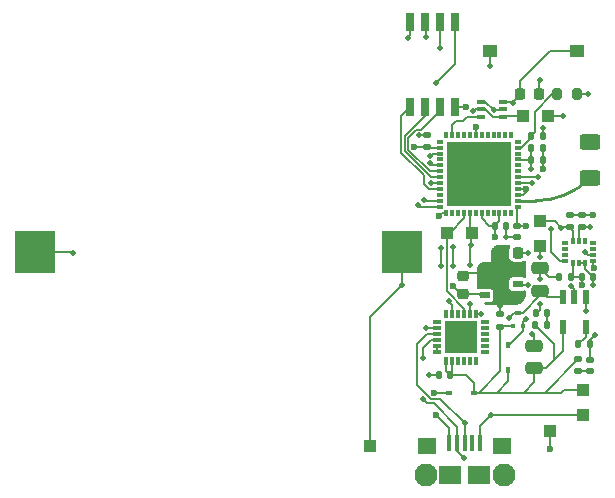
<source format=gbr>
%TF.GenerationSoftware,KiCad,Pcbnew,(6.0.0)*%
%TF.CreationDate,2022-02-22T11:37:22+00:00*%
%TF.ProjectId,Tracer,54726163-6572-42e6-9b69-6361645f7063,A*%
%TF.SameCoordinates,Original*%
%TF.FileFunction,Copper,L1,Top*%
%TF.FilePolarity,Positive*%
%FSLAX46Y46*%
G04 Gerber Fmt 4.6, Leading zero omitted, Abs format (unit mm)*
G04 Created by KiCad (PCBNEW (6.0.0)) date 2022-02-22 11:37:22*
%MOMM*%
%LPD*%
G01*
G04 APERTURE LIST*
G04 Aperture macros list*
%AMRoundRect*
0 Rectangle with rounded corners*
0 $1 Rounding radius*
0 $2 $3 $4 $5 $6 $7 $8 $9 X,Y pos of 4 corners*
0 Add a 4 corners polygon primitive as box body*
4,1,4,$2,$3,$4,$5,$6,$7,$8,$9,$2,$3,0*
0 Add four circle primitives for the rounded corners*
1,1,$1+$1,$2,$3*
1,1,$1+$1,$4,$5*
1,1,$1+$1,$6,$7*
1,1,$1+$1,$8,$9*
0 Add four rect primitives between the rounded corners*
20,1,$1+$1,$2,$3,$4,$5,0*
20,1,$1+$1,$4,$5,$6,$7,0*
20,1,$1+$1,$6,$7,$8,$9,0*
20,1,$1+$1,$8,$9,$2,$3,0*%
G04 Aperture macros list end*
%TA.AperFunction,SMDPad,CuDef*%
%ADD10RoundRect,0.135000X-0.135000X-0.185000X0.135000X-0.185000X0.135000X0.185000X-0.135000X0.185000X0*%
%TD*%
%TA.AperFunction,SMDPad,CuDef*%
%ADD11RoundRect,0.140000X0.140000X0.170000X-0.140000X0.170000X-0.140000X-0.170000X0.140000X-0.170000X0*%
%TD*%
%TA.AperFunction,SMDPad,CuDef*%
%ADD12R,3.400000X3.600000*%
%TD*%
%TA.AperFunction,SMDPad,CuDef*%
%ADD13RoundRect,0.250000X0.475000X-0.250000X0.475000X0.250000X-0.475000X0.250000X-0.475000X-0.250000X0*%
%TD*%
%TA.AperFunction,SMDPad,CuDef*%
%ADD14R,0.600000X0.450000*%
%TD*%
%TA.AperFunction,SMDPad,CuDef*%
%ADD15R,0.400000X0.450000*%
%TD*%
%TA.AperFunction,SMDPad,CuDef*%
%ADD16R,0.500000X0.450000*%
%TD*%
%TA.AperFunction,SMDPad,CuDef*%
%ADD17RoundRect,0.135000X0.135000X0.185000X-0.135000X0.185000X-0.135000X-0.185000X0.135000X-0.185000X0*%
%TD*%
%TA.AperFunction,SMDPad,CuDef*%
%ADD18RoundRect,0.250000X-0.475000X0.250000X-0.475000X-0.250000X0.475000X-0.250000X0.475000X0.250000X0*%
%TD*%
%TA.AperFunction,SMDPad,CuDef*%
%ADD19R,0.575000X0.350000*%
%TD*%
%TA.AperFunction,SMDPad,CuDef*%
%ADD20R,0.350000X0.575000*%
%TD*%
%TA.AperFunction,SMDPad,CuDef*%
%ADD21R,0.400000X1.350000*%
%TD*%
%TA.AperFunction,ComponentPad*%
%ADD22C,1.950000*%
%TD*%
%TA.AperFunction,SMDPad,CuDef*%
%ADD23R,1.600000X1.400000*%
%TD*%
%TA.AperFunction,SMDPad,CuDef*%
%ADD24R,1.900000X1.600000*%
%TD*%
%TA.AperFunction,SMDPad,CuDef*%
%ADD25R,0.600000X1.200000*%
%TD*%
%TA.AperFunction,SMDPad,CuDef*%
%ADD26R,1.000000X1.000000*%
%TD*%
%TA.AperFunction,SMDPad,CuDef*%
%ADD27RoundRect,0.135000X0.185000X-0.135000X0.185000X0.135000X-0.185000X0.135000X-0.185000X-0.135000X0*%
%TD*%
%TA.AperFunction,SMDPad,CuDef*%
%ADD28RoundRect,0.140000X-0.170000X0.140000X-0.170000X-0.140000X0.170000X-0.140000X0.170000X0.140000X0*%
%TD*%
%TA.AperFunction,SMDPad,CuDef*%
%ADD29R,0.900000X0.600000*%
%TD*%
%TA.AperFunction,SMDPad,CuDef*%
%ADD30RoundRect,0.135000X-0.185000X0.135000X-0.185000X-0.135000X0.185000X-0.135000X0.185000X0.135000X0*%
%TD*%
%TA.AperFunction,SMDPad,CuDef*%
%ADD31RoundRect,0.140000X-0.140000X-0.170000X0.140000X-0.170000X0.140000X0.170000X-0.140000X0.170000X0*%
%TD*%
%TA.AperFunction,SMDPad,CuDef*%
%ADD32R,1.200000X1.000000*%
%TD*%
%TA.AperFunction,SMDPad,CuDef*%
%ADD33R,0.450000X0.600000*%
%TD*%
%TA.AperFunction,SMDPad,CuDef*%
%ADD34RoundRect,0.225000X0.225000X0.250000X-0.225000X0.250000X-0.225000X-0.250000X0.225000X-0.250000X0*%
%TD*%
%TA.AperFunction,SMDPad,CuDef*%
%ADD35R,0.800000X0.300000*%
%TD*%
%TA.AperFunction,SMDPad,CuDef*%
%ADD36R,0.300000X0.800000*%
%TD*%
%TA.AperFunction,SMDPad,CuDef*%
%ADD37R,2.800000X2.800000*%
%TD*%
%TA.AperFunction,SMDPad,CuDef*%
%ADD38RoundRect,0.250000X-0.625000X0.400000X-0.625000X-0.400000X0.625000X-0.400000X0.625000X0.400000X0*%
%TD*%
%TA.AperFunction,SMDPad,CuDef*%
%ADD39R,0.650000X0.400000*%
%TD*%
%TA.AperFunction,SMDPad,CuDef*%
%ADD40R,0.550000X0.350000*%
%TD*%
%TA.AperFunction,SMDPad,CuDef*%
%ADD41R,0.350000X0.550000*%
%TD*%
%TA.AperFunction,SMDPad,CuDef*%
%ADD42R,5.500000X5.500000*%
%TD*%
%TA.AperFunction,SMDPad,CuDef*%
%ADD43RoundRect,0.225000X0.250000X-0.225000X0.250000X0.225000X-0.250000X0.225000X-0.250000X-0.225000X0*%
%TD*%
%TA.AperFunction,SMDPad,CuDef*%
%ADD44RoundRect,0.225000X-0.225000X-0.250000X0.225000X-0.250000X0.225000X0.250000X-0.225000X0.250000X0*%
%TD*%
%TA.AperFunction,SMDPad,CuDef*%
%ADD45R,0.650000X1.650000*%
%TD*%
%TA.AperFunction,SMDPad,CuDef*%
%ADD46RoundRect,0.200000X0.200000X0.275000X-0.200000X0.275000X-0.200000X-0.275000X0.200000X-0.275000X0*%
%TD*%
%TA.AperFunction,SMDPad,CuDef*%
%ADD47RoundRect,0.147500X-0.172500X0.147500X-0.172500X-0.147500X0.172500X-0.147500X0.172500X0.147500X0*%
%TD*%
%TA.AperFunction,SMDPad,CuDef*%
%ADD48RoundRect,0.147500X-0.147500X-0.172500X0.147500X-0.172500X0.147500X0.172500X-0.147500X0.172500X0*%
%TD*%
%TA.AperFunction,SMDPad,CuDef*%
%ADD49RoundRect,0.140000X0.170000X-0.140000X0.170000X0.140000X-0.170000X0.140000X-0.170000X-0.140000X0*%
%TD*%
%TA.AperFunction,ViaPad*%
%ADD50C,0.500000*%
%TD*%
%TA.AperFunction,ViaPad*%
%ADD51C,0.600000*%
%TD*%
%TA.AperFunction,Conductor*%
%ADD52C,0.150000*%
%TD*%
%TA.AperFunction,Conductor*%
%ADD53C,0.200000*%
%TD*%
%TA.AperFunction,Conductor*%
%ADD54C,0.293770*%
%TD*%
G04 APERTURE END LIST*
D10*
%TO.P,R10,1*%
%TO.N,RST*%
X173890000Y-88500000D03*
%TO.P,R10,2*%
%TO.N,+3V3*%
X174910000Y-88500000D03*
%TD*%
D11*
%TO.P,C1,1*%
%TO.N,+3V3*%
X177280000Y-98400000D03*
%TO.P,C1,2*%
%TO.N,GND*%
X176320000Y-98400000D03*
%TD*%
D12*
%TO.P,BT1,1,+*%
%TO.N,+BATT*%
X163000000Y-96300000D03*
%TO.P,BT1,2,-*%
%TO.N,GND*%
X131900000Y-96300000D03*
%TD*%
D13*
%TO.P,C5,1*%
%TO.N,+BATT*%
X174700000Y-99550000D03*
%TO.P,C5,2*%
%TO.N,GND*%
X174700000Y-97650000D03*
%TD*%
D14*
%TO.P,D1,1,K*%
%TO.N,VUSB*%
X169050000Y-108200000D03*
%TO.P,D1,2,A*%
%TO.N,Net-(D1-Pad2)*%
X166950000Y-108200000D03*
%TD*%
D15*
%TO.P,Q2,1,G*%
%TO.N,VUSB*%
X172400000Y-102595000D03*
%TO.P,Q2,2,S*%
%TO.N,VBUS*%
X173200000Y-102595000D03*
D16*
%TO.P,Q2,3,D*%
%TO.N,+BATT*%
X172800000Y-101445000D03*
%TD*%
D17*
%TO.P,R7,1*%
%TO.N,+3V3*%
X174910000Y-87500000D03*
%TO.P,R7,2*%
%TO.N,RST*%
X173890000Y-87500000D03*
%TD*%
D18*
%TO.P,C3,1*%
%TO.N,GND*%
X174200000Y-104250000D03*
%TO.P,C3,2*%
%TO.N,VUSB*%
X174200000Y-106150000D03*
%TD*%
D19*
%TO.P,IC1,1,SDO/SA0*%
%TO.N,unconnected-(IC1-Pad1)*%
X176837000Y-95550000D03*
%TO.P,IC1,2,SDX*%
%TO.N,unconnected-(IC1-Pad2)*%
X176837000Y-96050000D03*
%TO.P,IC1,3,SCX*%
%TO.N,unconnected-(IC1-Pad3)*%
X176837000Y-96550000D03*
%TO.P,IC1,4,INT1*%
%TO.N,GPIO37*%
X176837000Y-97050000D03*
D20*
%TO.P,IC1,5,VDDIO*%
%TO.N,+3V3*%
X177500000Y-97212000D03*
%TO.P,IC1,6,GND_1*%
%TO.N,GND*%
X178000000Y-97212000D03*
%TO.P,IC1,7,GND_2*%
X178500000Y-97212000D03*
D19*
%TO.P,IC1,8,VDD*%
%TO.N,+3V3*%
X179163000Y-97050000D03*
%TO.P,IC1,9,INT2*%
%TO.N,GPIO36*%
X179163000Y-96550000D03*
%TO.P,IC1,10,NC_1*%
%TO.N,unconnected-(IC1-Pad10)*%
X179163000Y-96050000D03*
%TO.P,IC1,11,NC_2*%
%TO.N,unconnected-(IC1-Pad11)*%
X179163000Y-95550000D03*
D20*
%TO.P,IC1,12,CS*%
%TO.N,unconnected-(IC1-Pad12)*%
X178500000Y-95388000D03*
%TO.P,IC1,13,SCL*%
%TO.N,GPIO23*%
X178000000Y-95388000D03*
%TO.P,IC1,14,SDA*%
%TO.N,GPIO18*%
X177500000Y-95388000D03*
%TD*%
D21*
%TO.P,J1,1,VBUS*%
%TO.N,Net-(D1-Pad2)*%
X167000000Y-112462500D03*
%TO.P,J1,2,D-*%
%TO.N,D-*%
X167650000Y-112462500D03*
%TO.P,J1,3,D+*%
%TO.N,D+*%
X168300000Y-112462500D03*
%TO.P,J1,4,NC*%
%TO.N,unconnected-(J1-Pad4)*%
X168950000Y-112462500D03*
%TO.P,J1,5,GND*%
%TO.N,GND*%
X169600000Y-112462500D03*
D22*
%TO.P,J1,MH1,MH1*%
%TO.N,unconnected-(J1-PadMH1)*%
X165000000Y-115137500D03*
%TO.P,J1,MH2,MH2*%
%TO.N,unconnected-(J1-PadMH2)*%
X171600000Y-115137500D03*
D23*
%TO.P,J1,MP1,MP1*%
%TO.N,unconnected-(J1-PadMP1)*%
X165100000Y-112687500D03*
D24*
%TO.P,J1,MP2,MP2*%
%TO.N,unconnected-(J1-PadMP2)*%
X167100000Y-115137500D03*
%TO.P,J1,MP3,MP3*%
%TO.N,unconnected-(J1-PadMP3)*%
X169500000Y-115137500D03*
D23*
%TO.P,J1,MP4,MP4*%
%TO.N,unconnected-(J1-PadMP4)*%
X171500000Y-112687500D03*
%TD*%
D25*
%TO.P,IC5,1,CHRG*%
%TO.N,Net-(D4-Pad1)*%
X178550000Y-100100000D03*
%TO.P,IC5,2,GND*%
%TO.N,GND*%
X177600000Y-100100000D03*
%TO.P,IC5,3,VBAT*%
%TO.N,+BATT*%
X176650000Y-100100000D03*
%TO.P,IC5,4,VCC*%
%TO.N,VUSB*%
X176650000Y-102600000D03*
%TO.P,IC5,5,PROG*%
%TO.N,Net-(IC5-Pad5)*%
X178550000Y-102600000D03*
%TD*%
D26*
%TO.P,TP9,1,1*%
%TO.N,TXD*%
X168900000Y-94650000D03*
%TD*%
D27*
%TO.P,R2,1*%
%TO.N,Net-(D2-Pad2)*%
X177900000Y-106405000D03*
%TO.P,R2,2*%
%TO.N,VUSB*%
X177900000Y-105385000D03*
%TD*%
D28*
%TO.P,C10,1*%
%TO.N,+3V3*%
X172750000Y-94050000D03*
%TO.P,C10,2*%
%TO.N,GND*%
X172750000Y-95010000D03*
%TD*%
D26*
%TO.P,TP3,1,1*%
%TO.N,GPIO23*%
X174650000Y-95800000D03*
%TD*%
D29*
%TO.P,IC6,1,VSS*%
%TO.N,GND*%
X170000000Y-98050000D03*
%TO.P,IC6,2,VOUT*%
%TO.N,+3V3*%
X170000000Y-99950000D03*
%TO.P,IC6,3,VIN*%
%TO.N,VBUS*%
X172800000Y-99000000D03*
%TD*%
D30*
%TO.P,R4,1*%
%TO.N,+3V3*%
X178200000Y-93190000D03*
%TO.P,R4,2*%
%TO.N,GPIO23*%
X178200000Y-94210000D03*
%TD*%
D17*
%TO.P,R6,1*%
%TO.N,GND*%
X178920000Y-104095000D03*
%TO.P,R6,2*%
%TO.N,Net-(IC5-Pad5)*%
X177900000Y-104095000D03*
%TD*%
D26*
%TO.P,TP11,1,1*%
%TO.N,GND*%
X178300000Y-110100000D03*
%TD*%
%TO.P,TP6,1,1*%
%TO.N,+3V3*%
X175550000Y-111450000D03*
%TD*%
%TO.P,TP8,1,1*%
%TO.N,RXD*%
X166800000Y-94650000D03*
%TD*%
D10*
%TO.P,R3,1*%
%TO.N,VUSB*%
X174290000Y-102495000D03*
%TO.P,R3,2*%
%TO.N,Net-(D4-Pad2)*%
X175310000Y-102495000D03*
%TD*%
D31*
%TO.P,C2,1*%
%TO.N,+3V3*%
X178240000Y-98400000D03*
%TO.P,C2,2*%
%TO.N,GND*%
X179200000Y-98400000D03*
%TD*%
D32*
%TO.P,S1,1,1*%
%TO.N,RST*%
X177850000Y-79300000D03*
%TO.P,S1,2,2*%
%TO.N,GND*%
X170450000Y-79300000D03*
%TD*%
D33*
%TO.P,D3,1,K*%
%TO.N,VBUS*%
X172000000Y-104150000D03*
%TO.P,D3,2,A*%
%TO.N,VUSB*%
X172000000Y-106250000D03*
%TD*%
D34*
%TO.P,C4,1*%
%TO.N,VBUS*%
X172775000Y-96400000D03*
%TO.P,C4,2*%
%TO.N,GND*%
X171225000Y-96400000D03*
%TD*%
D30*
%TO.P,R1,1*%
%TO.N,GND*%
X171300000Y-101580000D03*
%TO.P,R1,2*%
%TO.N,VUSB*%
X171300000Y-102600000D03*
%TD*%
D35*
%TO.P,IC4,1,RI*%
%TO.N,unconnected-(IC4-Pad1)*%
X166000000Y-102250000D03*
%TO.P,IC4,2,GND*%
%TO.N,GND*%
X166000000Y-102750000D03*
%TO.P,IC4,3,D+*%
%TO.N,D+*%
X166000000Y-103250000D03*
%TO.P,IC4,4,D-*%
%TO.N,D-*%
X166000000Y-103750000D03*
%TO.P,IC4,5,VIO*%
%TO.N,Net-(IC4-Pad5)*%
X166000000Y-104250000D03*
%TO.P,IC4,6,VDD*%
X166000000Y-104750000D03*
D36*
%TO.P,IC4,7,REGIN*%
%TO.N,VUSB*%
X166750000Y-105500000D03*
%TO.P,IC4,8,VBUS*%
X167250000Y-105500000D03*
%TO.P,IC4,9,~{RST}*%
%TO.N,unconnected-(IC4-Pad9)*%
X167750000Y-105500000D03*
%TO.P,IC4,10,NC*%
%TO.N,unconnected-(IC4-Pad10)*%
X168250000Y-105500000D03*
%TO.P,IC4,11,GPIO.3*%
%TO.N,unconnected-(IC4-Pad11)*%
X168750000Y-105500000D03*
%TO.P,IC4,12,GPIO.2*%
%TO.N,unconnected-(IC4-Pad12)*%
X169250000Y-105500000D03*
D35*
%TO.P,IC4,13,GPIO.1*%
%TO.N,unconnected-(IC4-Pad13)*%
X170000000Y-104750000D03*
%TO.P,IC4,14,GPIO.0*%
%TO.N,unconnected-(IC4-Pad14)*%
X170000000Y-104250000D03*
%TO.P,IC4,15,~{SUSPEND}*%
%TO.N,unconnected-(IC4-Pad15)*%
X170000000Y-103750000D03*
%TO.P,IC4,16,VPP*%
%TO.N,unconnected-(IC4-Pad16)*%
X170000000Y-103250000D03*
%TO.P,IC4,17,SUSPEND*%
%TO.N,unconnected-(IC4-Pad17)*%
X170000000Y-102750000D03*
%TO.P,IC4,18,CTS*%
%TO.N,unconnected-(IC4-Pad18)*%
X170000000Y-102250000D03*
D36*
%TO.P,IC4,19,RTS*%
%TO.N,RTS*%
X169250000Y-101500000D03*
%TO.P,IC4,20,RXD*%
%TO.N,TXD*%
X168750000Y-101500000D03*
%TO.P,IC4,21,TXD*%
%TO.N,RXD*%
X168250000Y-101500000D03*
%TO.P,IC4,22,DSR*%
%TO.N,unconnected-(IC4-Pad22)*%
X167750000Y-101500000D03*
%TO.P,IC4,23,DTR*%
%TO.N,DTR*%
X167250000Y-101500000D03*
%TO.P,IC4,24,DCD*%
%TO.N,unconnected-(IC4-Pad24)*%
X166750000Y-101500000D03*
D37*
%TO.P,IC4,25,EP*%
%TO.N,GND*%
X168000000Y-103500000D03*
%TD*%
D26*
%TO.P,TP10,1,1*%
%TO.N,RTS*%
X175350000Y-84750000D03*
%TD*%
D38*
%TO.P,AE1,1,FEED*%
%TO.N,unconnected-(AE1-Pad1)*%
X178900000Y-86950000D03*
%TO.P,AE1,2,PCB_Trace*%
%TO.N,ANT*%
X178900000Y-90050000D03*
%TD*%
D10*
%TO.P,R9,1*%
%TO.N,GPIO35*%
X173890000Y-86450000D03*
%TO.P,R9,2*%
%TO.N,GND*%
X174910000Y-86450000D03*
%TD*%
D39*
%TO.P,Q1,1,E2*%
%TO.N,RTS*%
X169650000Y-83550000D03*
%TO.P,Q1,2,B2*%
%TO.N,DTR*%
X169650000Y-84200000D03*
%TO.P,Q1,3,C1*%
%TO.N,GPIO0*%
X169650000Y-84850000D03*
%TO.P,Q1,4,E1*%
%TO.N,DTR*%
X171550000Y-84850000D03*
%TO.P,Q1,5,B1*%
%TO.N,RTS*%
X171550000Y-84200000D03*
%TO.P,Q1,6,C2*%
%TO.N,RST*%
X171550000Y-83550000D03*
%TD*%
D40*
%TO.P,IC3,1,VDDA_1*%
%TO.N,+3V3*%
X172800000Y-92450000D03*
%TO.P,IC3,2,LNA_IN*%
%TO.N,ANT*%
X172800000Y-91950000D03*
%TO.P,IC3,3,VDDA3P3_1*%
%TO.N,+3V3*%
X172800000Y-91450000D03*
%TO.P,IC3,4,VDDA3P3_2*%
X172800000Y-90950000D03*
%TO.P,IC3,5,SENSOR_VP*%
%TO.N,GPIO36*%
X172800000Y-90450000D03*
%TO.P,IC3,6,SENSOR_CAPP*%
%TO.N,GPIO37*%
X172800000Y-89950000D03*
%TO.P,IC3,7,SENSOR_CAPN*%
%TO.N,GPIO38*%
X172800000Y-89450000D03*
%TO.P,IC3,8,SENSOR_VN*%
%TO.N,GPIO39*%
X172800000Y-88950000D03*
%TO.P,IC3,9,EN*%
%TO.N,RST*%
X172800000Y-88450000D03*
%TO.P,IC3,10,IO34*%
%TO.N,STAT*%
X172800000Y-87950000D03*
%TO.P,IC3,11,IO35*%
%TO.N,GPIO35*%
X172800000Y-87450000D03*
%TO.P,IC3,12,IO32*%
%TO.N,GPIO32*%
X172800000Y-86950000D03*
D41*
%TO.P,IC3,13,IO33*%
%TO.N,GPIO33*%
X172250000Y-86400000D03*
%TO.P,IC3,14,IO25*%
%TO.N,GPIO25*%
X171750000Y-86400000D03*
%TO.P,IC3,15,IO26*%
%TO.N,GPIO26*%
X171250000Y-86400000D03*
%TO.P,IC3,16,IO27*%
%TO.N,GPIO27*%
X170750000Y-86400000D03*
%TO.P,IC3,17,IO14*%
%TO.N,GPIO14*%
X170250000Y-86400000D03*
%TO.P,IC3,18,IO12*%
%TO.N,GPIO12*%
X169750000Y-86400000D03*
%TO.P,IC3,19,VDD3P3_RTC*%
%TO.N,+3V3*%
X169250000Y-86400000D03*
%TO.P,IC3,20,IO13*%
%TO.N,GPIO13*%
X168750000Y-86400000D03*
%TO.P,IC3,21,IO15*%
%TO.N,GPIO15*%
X168250000Y-86400000D03*
%TO.P,IC3,22,IO2*%
%TO.N,GPIO2*%
X167750000Y-86400000D03*
%TO.P,IC3,23,IO0*%
%TO.N,GPIO0*%
X167250000Y-86400000D03*
%TO.P,IC3,24,IO4*%
%TO.N,GPIO4*%
X166750000Y-86400000D03*
D40*
%TO.P,IC3,25,IO16*%
%TO.N,GPIO16*%
X166200000Y-86950000D03*
%TO.P,IC3,26,VDD_SDIO_NC*%
%TO.N,VDDSDIO*%
X166200000Y-87450000D03*
%TO.P,IC3,27,IO17*%
%TO.N,GPIO17*%
X166200000Y-87950000D03*
%TO.P,IC3,28,SD2*%
%TO.N,GPIO9*%
X166200000Y-88450000D03*
%TO.P,IC3,29,SD3*%
%TO.N,GPIO10*%
X166200000Y-88950000D03*
%TO.P,IC3,30,CMD*%
%TO.N,GPIO11*%
X166200000Y-89450000D03*
%TO.P,IC3,31,CLK*%
%TO.N,CLK*%
X166200000Y-89950000D03*
%TO.P,IC3,32,SD0*%
%TO.N,GPIO7*%
X166200000Y-90450000D03*
%TO.P,IC3,33,SD1*%
%TO.N,GPIO8*%
X166200000Y-90950000D03*
%TO.P,IC3,34,IO5*%
%TO.N,GPIO5*%
X166200000Y-91450000D03*
%TO.P,IC3,35,IO18*%
%TO.N,GPIO18*%
X166200000Y-91950000D03*
%TO.P,IC3,36,IO23*%
%TO.N,GPIO23*%
X166200000Y-92450000D03*
D41*
%TO.P,IC3,37,VDD3P3_CPU*%
%TO.N,+3V3*%
X166750000Y-93000000D03*
%TO.P,IC3,38,IO19*%
%TO.N,GPIO19*%
X167250000Y-93000000D03*
%TO.P,IC3,39,IO22*%
%TO.N,GPIO22*%
X167750000Y-93000000D03*
%TO.P,IC3,40,U0RXD*%
%TO.N,RXD*%
X168250000Y-93000000D03*
%TO.P,IC3,41,U0TXD*%
%TO.N,TXD*%
X168750000Y-93000000D03*
%TO.P,IC3,42,IO21*%
%TO.N,GPIO21*%
X169250000Y-93000000D03*
%TO.P,IC3,43,VDDA_2*%
%TO.N,+3V3*%
X169750000Y-93000000D03*
%TO.P,IC3,44,XTAL_N_NC*%
%TO.N,unconnected-(IC3-Pad44)*%
X170250000Y-93000000D03*
%TO.P,IC3,45,XTAL_P_NC*%
%TO.N,unconnected-(IC3-Pad45)*%
X170750000Y-93000000D03*
%TO.P,IC3,46,VDDA_3*%
%TO.N,+3V3*%
X171250000Y-93000000D03*
%TO.P,IC3,47,CAP2_NC*%
%TO.N,unconnected-(IC3-Pad47)*%
X171750000Y-93000000D03*
%TO.P,IC3,48,CAP1_NC*%
%TO.N,unconnected-(IC3-Pad48)*%
X172250000Y-93000000D03*
D42*
%TO.P,IC3,49,GND*%
%TO.N,GND*%
X169506000Y-89713000D03*
%TD*%
D43*
%TO.P,C6,1*%
%TO.N,+3V3*%
X168130000Y-99850000D03*
%TO.P,C6,2*%
%TO.N,GND*%
X168130000Y-98300000D03*
%TD*%
D26*
%TO.P,TP5,1,1*%
%TO.N,+BATT*%
X160300000Y-112750000D03*
%TD*%
D44*
%TO.P,C7,1*%
%TO.N,RST*%
X173025000Y-82950000D03*
%TO.P,C7,2*%
%TO.N,GND*%
X174575000Y-82950000D03*
%TD*%
D45*
%TO.P,IC2,1,CE*%
%TO.N,GPIO10*%
X167505000Y-76800000D03*
%TO.P,IC2,2,SIO1*%
%TO.N,GPIO17*%
X166235000Y-76800000D03*
%TO.P,IC2,3,SIO2*%
%TO.N,GPIO7*%
X164965000Y-76800000D03*
%TO.P,IC2,4,GND*%
%TO.N,GND*%
X163695000Y-76800000D03*
%TO.P,IC2,5,SIO0*%
%TO.N,GPIO8*%
X163695000Y-84000000D03*
%TO.P,IC2,6,SCLK*%
%TO.N,CLK*%
X164965000Y-84000000D03*
%TO.P,IC2,7,SIO3*%
%TO.N,GPIO11*%
X166235000Y-84000000D03*
%TO.P,IC2,8,VCC*%
%TO.N,VDDSDIO*%
X167505000Y-84000000D03*
%TD*%
D30*
%TO.P,R5,1*%
%TO.N,+3V3*%
X177200000Y-93190000D03*
%TO.P,R5,2*%
%TO.N,GPIO18*%
X177200000Y-94210000D03*
%TD*%
D11*
%TO.P,C8,1*%
%TO.N,VUSB*%
X167080000Y-106700000D03*
%TO.P,C8,2*%
%TO.N,GND*%
X166120000Y-106700000D03*
%TD*%
D26*
%TO.P,TP7,1,1*%
%TO.N,DTR*%
X173250000Y-84750000D03*
%TD*%
%TO.P,TP4,1,1*%
%TO.N,GPIO18*%
X174650000Y-93700000D03*
%TD*%
D46*
%TO.P,R8,1*%
%TO.N,+BATT*%
X177775000Y-82950000D03*
%TO.P,R8,2*%
%TO.N,GPIO35*%
X176125000Y-82950000D03*
%TD*%
D47*
%TO.P,D2,1,K*%
%TO.N,GND*%
X178900000Y-105415000D03*
%TO.P,D2,2,A*%
%TO.N,Net-(D2-Pad2)*%
X178900000Y-106385000D03*
%TD*%
D48*
%TO.P,D4,1,K*%
%TO.N,Net-(D4-Pad1)*%
X174325000Y-101495000D03*
%TO.P,D4,2,A*%
%TO.N,Net-(D4-Pad2)*%
X175295000Y-101495000D03*
%TD*%
D26*
%TO.P,TP2,1,1*%
%TO.N,VUSB*%
X178300000Y-108000000D03*
%TD*%
D49*
%TO.P,C11,1*%
%TO.N,VDDSDIO*%
X165100000Y-87380000D03*
%TO.P,C11,2*%
%TO.N,GND*%
X165100000Y-86420000D03*
%TD*%
D31*
%TO.P,C9,1*%
%TO.N,+3V3*%
X170840000Y-94100000D03*
%TO.P,C9,2*%
%TO.N,GND*%
X171800000Y-94100000D03*
%TD*%
D50*
%TO.N,+BATT*%
X163000000Y-99050000D03*
X172050000Y-101900000D03*
X178750000Y-82900000D03*
%TO.N,GND*%
X171300000Y-100900000D03*
X165000000Y-102750000D03*
X177300000Y-99150000D03*
X170450000Y-80550000D03*
X170500000Y-110100000D03*
X168000000Y-104250000D03*
X165300000Y-106700000D03*
X168000000Y-103500000D03*
X168000000Y-102750000D03*
X174700000Y-98550000D03*
X167250000Y-103500000D03*
X179200000Y-99100000D03*
X169500000Y-89750000D03*
X171800000Y-95000000D03*
X163500000Y-78150000D03*
X135100000Y-96350000D03*
X174700000Y-81750000D03*
X171550000Y-97950000D03*
X164400000Y-86400000D03*
X174900000Y-85800000D03*
X168750000Y-103500000D03*
X179350000Y-103350000D03*
X174000000Y-103200000D03*
D51*
%TO.N,+3V3*%
X170850000Y-95000000D03*
X166150000Y-93200000D03*
X178194246Y-99053969D03*
X169250000Y-85700000D03*
X179250000Y-97640500D03*
X173500000Y-94100000D03*
X174900000Y-89250000D03*
X167324500Y-99200000D03*
X179157960Y-93193909D03*
X175550000Y-113000000D03*
X173500000Y-90950000D03*
D50*
%TO.N,RST*%
X173900000Y-89300000D03*
X172400000Y-83700000D03*
%TO.N,VBUS*%
X173629362Y-99041027D03*
X173500000Y-101950000D03*
X173700000Y-96400000D03*
D51*
%TO.N,VDDSDIO*%
X168400000Y-84000000D03*
X164050000Y-87400000D03*
D50*
%TO.N,Net-(D4-Pad1)*%
X178600000Y-101250000D03*
X174660523Y-100660523D03*
%TO.N,GPIO10*%
X165904439Y-81950000D03*
X165364637Y-88785363D03*
%TO.N,GPIO17*%
X165400731Y-88136864D03*
X166250000Y-79000000D03*
%TO.N,GPIO7*%
X165000000Y-78100000D03*
X165450000Y-90450000D03*
%TO.N,GPIO36*%
X178483736Y-96303248D03*
X174000000Y-90450000D03*
%TO.N,GPIO37*%
X175600000Y-94350000D03*
X174474511Y-89924511D03*
%TO.N,GPIO18*%
X164900000Y-91850000D03*
X176500000Y-94250000D03*
%TO.N,GPIO23*%
X178900000Y-94200000D03*
X164325500Y-92335444D03*
X174700000Y-96750500D03*
%TO.N,D+*%
X168300000Y-110800000D03*
%TO.N,D-*%
X164758236Y-108741764D03*
X168250000Y-113700000D03*
X164800000Y-105300000D03*
%TO.N,RTS*%
X176600000Y-84750000D03*
X170750000Y-84250000D03*
X167274500Y-95900000D03*
X169700000Y-101500000D03*
X167274500Y-97450000D03*
%TO.N,TXD*%
X168750000Y-97350000D03*
X168800000Y-95700000D03*
X168750000Y-100700000D03*
%TO.N,DTR*%
X168990170Y-84375500D03*
X166300000Y-95950000D03*
X166325500Y-97450000D03*
X166949119Y-100450881D03*
D51*
%TO.N,Net-(D1-Pad2)*%
X165700000Y-108200000D03*
X165850000Y-110050000D03*
%TD*%
D52*
%TO.N,+BATT*%
X163000000Y-99050000D02*
X163000000Y-96300000D01*
X172800000Y-101445000D02*
X173205000Y-101445000D01*
X174700000Y-99950000D02*
X174700000Y-99550000D01*
X173205000Y-101445000D02*
X174700000Y-99950000D01*
X175250000Y-100100000D02*
X174700000Y-99550000D01*
X177775000Y-82950000D02*
X178700000Y-82950000D01*
X172800000Y-101445000D02*
X172505000Y-101445000D01*
X172505000Y-101445000D02*
X172050000Y-101900000D01*
X176650000Y-100100000D02*
X175250000Y-100100000D01*
X178700000Y-82950000D02*
X178750000Y-82900000D01*
X160300000Y-101750000D02*
X160300000Y-112750000D01*
X163000000Y-99050000D02*
X160300000Y-101750000D01*
%TO.N,GND*%
X178920000Y-104095000D02*
X178920000Y-103780000D01*
X135050000Y-96300000D02*
X135100000Y-96350000D01*
X171225000Y-96400000D02*
X171225000Y-97625000D01*
X174575000Y-82950000D02*
X174575000Y-81875000D01*
X163695000Y-77955000D02*
X163500000Y-78150000D01*
X174700000Y-97650000D02*
X174700000Y-98550000D01*
X169506000Y-89744000D02*
X169500000Y-89750000D01*
X174575000Y-81875000D02*
X174700000Y-81750000D01*
X178920000Y-104095000D02*
X178920000Y-105395000D01*
X165100000Y-86420000D02*
X164420000Y-86420000D01*
X174200000Y-104250000D02*
X174200000Y-103400000D01*
X131900000Y-96300000D02*
X135050000Y-96300000D01*
X166120000Y-106700000D02*
X165300000Y-106700000D01*
X168130000Y-98300000D02*
X168380000Y-98050000D01*
X178920000Y-103780000D02*
X179350000Y-103350000D01*
X174910000Y-85810000D02*
X174900000Y-85800000D01*
X170450000Y-79300000D02*
X170450000Y-80550000D01*
X176320000Y-98400000D02*
X175450000Y-98400000D01*
X178500000Y-97700000D02*
X179200000Y-98400000D01*
X166000000Y-102750000D02*
X165000000Y-102750000D01*
X169506000Y-89713000D02*
X169506000Y-89744000D01*
X171450000Y-98050000D02*
X171550000Y-97950000D01*
X178000000Y-97212000D02*
X178500000Y-97212000D01*
X174200000Y-103400000D02*
X174000000Y-103200000D01*
X174910000Y-86450000D02*
X174910000Y-85810000D01*
X164420000Y-86420000D02*
X164400000Y-86400000D01*
X170000000Y-98050000D02*
X171450000Y-98050000D01*
X172750000Y-95010000D02*
X171810000Y-95010000D01*
X175450000Y-98400000D02*
X174700000Y-97650000D01*
X171225000Y-97625000D02*
X171550000Y-97950000D01*
X171810000Y-95010000D02*
X171800000Y-95000000D01*
X169600000Y-112462500D02*
X169600000Y-111000000D01*
X169600000Y-111000000D02*
X170500000Y-110100000D01*
X170500000Y-110100000D02*
X178300000Y-110100000D01*
X177600000Y-100100000D02*
X177600000Y-99450000D01*
X178500000Y-97212000D02*
X178500000Y-97700000D01*
X179200000Y-98400000D02*
X179200000Y-99100000D01*
X178920000Y-105395000D02*
X178900000Y-105415000D01*
X177600000Y-99450000D02*
X177300000Y-99150000D01*
X171800000Y-94100000D02*
X171800000Y-95000000D01*
X168380000Y-98050000D02*
X169630000Y-98050000D01*
X171300000Y-101580000D02*
X171300000Y-100900000D01*
X163695000Y-76800000D02*
X163695000Y-77955000D01*
D53*
%TO.N,+3V3*%
X178240000Y-99008215D02*
X178194246Y-99053969D01*
X174910000Y-88500000D02*
X174910000Y-89240000D01*
X172750000Y-94050000D02*
X172750000Y-92500000D01*
X174910000Y-89240000D02*
X174900000Y-89250000D01*
X170840000Y-94990000D02*
X170850000Y-95000000D01*
X171250000Y-93690000D02*
X170840000Y-94100000D01*
X179163000Y-97553500D02*
X179250000Y-97640500D01*
X169750000Y-93449022D02*
X169750000Y-93000000D01*
X177500000Y-97212000D02*
X177500000Y-98180000D01*
X166750000Y-93000000D02*
X166350000Y-93000000D01*
X172750000Y-94050000D02*
X173450000Y-94050000D01*
X172800000Y-90950000D02*
X173500000Y-90950000D01*
X171250000Y-93000000D02*
X171250000Y-93690000D01*
X179163000Y-97050000D02*
X179163000Y-97553500D01*
X170840000Y-94100000D02*
X170400978Y-94100000D01*
X178200000Y-93190000D02*
X179154051Y-93190000D01*
X175550000Y-111450000D02*
X175550000Y-113000000D01*
X169250000Y-86400000D02*
X169250000Y-85700000D01*
X167974500Y-99850000D02*
X167324500Y-99200000D01*
X177200000Y-93190000D02*
X178200000Y-93190000D01*
X178240000Y-98400000D02*
X178240000Y-98710000D01*
X166350000Y-93000000D02*
X166150000Y-93200000D01*
X174910000Y-87500000D02*
X174910000Y-88500000D01*
X173450000Y-94050000D02*
X173500000Y-94100000D01*
X168130000Y-99850000D02*
X167974500Y-99850000D01*
X169530000Y-99850000D02*
X169630000Y-99950000D01*
X172800000Y-91450000D02*
X173250000Y-91450000D01*
X173500000Y-91200000D02*
X173500000Y-90950000D01*
X170840000Y-94100000D02*
X170840000Y-94990000D01*
X172750000Y-92500000D02*
X172800000Y-92450000D01*
X179154051Y-93190000D02*
X179157960Y-93193909D01*
X178240000Y-98710000D02*
X178240000Y-99008215D01*
X173250000Y-91450000D02*
X173500000Y-91200000D01*
X178240000Y-98400000D02*
X177280000Y-98400000D01*
X170400978Y-94100000D02*
X169750000Y-93449022D01*
X177500000Y-98180000D02*
X177280000Y-98400000D01*
X168130000Y-99850000D02*
X169530000Y-99850000D01*
D54*
%TO.N,ANT*%
X172800000Y-91950000D02*
X174312995Y-91950000D01*
X178900000Y-90050000D02*
G75*
G02*
X174312995Y-91950000I-4587001J4586995D01*
G01*
D52*
%TO.N,RST*%
X177850000Y-79300000D02*
X175550000Y-79300000D01*
X172400000Y-83575000D02*
X173025000Y-82950000D01*
X172250000Y-83550000D02*
X172400000Y-83700000D01*
X173890000Y-87500000D02*
X173890000Y-88500000D01*
X175550000Y-79300000D02*
X173025000Y-81825000D01*
X173025000Y-81825000D02*
X173025000Y-82950000D01*
X173890000Y-88500000D02*
X173890000Y-89290000D01*
X173890000Y-89290000D02*
X173900000Y-89300000D01*
X171550000Y-83550000D02*
X172250000Y-83550000D01*
X172850000Y-88500000D02*
X172800000Y-88450000D01*
X173890000Y-88500000D02*
X172850000Y-88500000D01*
X172400000Y-83700000D02*
X172400000Y-83575000D01*
%TO.N,VBUS*%
X173700000Y-96400000D02*
X172775000Y-96400000D01*
X172050000Y-104150000D02*
X173200000Y-103000000D01*
X173200000Y-102595000D02*
X173200000Y-102250000D01*
X172841027Y-99041027D02*
X172800000Y-99000000D01*
X173629362Y-99041027D02*
X172841027Y-99041027D01*
X173200000Y-103000000D02*
X173200000Y-102595000D01*
X173200000Y-102250000D02*
X173500000Y-101950000D01*
X172000000Y-104150000D02*
X172050000Y-104150000D01*
%TO.N,Net-(D2-Pad2)*%
X177900000Y-106405000D02*
X178880000Y-106405000D01*
X178880000Y-106405000D02*
X178900000Y-106385000D01*
D53*
%TO.N,VDDSDIO*%
X164050000Y-87400000D02*
X165080000Y-87400000D01*
X166200000Y-87450000D02*
X165170000Y-87450000D01*
X165170000Y-87450000D02*
X165100000Y-87380000D01*
X167505000Y-84000000D02*
X168400000Y-84000000D01*
X165080000Y-87400000D02*
X165100000Y-87380000D01*
D52*
%TO.N,Net-(D4-Pad1)*%
X178550000Y-100100000D02*
X178550000Y-101200000D01*
X178550000Y-101200000D02*
X178600000Y-101250000D01*
X174660523Y-100660523D02*
X174660523Y-101159477D01*
X174660523Y-101159477D02*
X174325000Y-101495000D01*
%TO.N,GPIO10*%
X167505000Y-80349439D02*
X167505000Y-76800000D01*
X166200000Y-88950000D02*
X165529274Y-88950000D01*
X165529274Y-88950000D02*
X165364637Y-88785363D01*
X165904439Y-81950000D02*
X167505000Y-80349439D01*
%TO.N,GPIO17*%
X166250000Y-79000000D02*
X166235000Y-78985000D01*
X165587595Y-87950000D02*
X165400731Y-88136864D01*
X166200000Y-87950000D02*
X165587595Y-87950000D01*
X166235000Y-78985000D02*
X166235000Y-76800000D01*
%TO.N,GPIO7*%
X165000000Y-78100000D02*
X165000000Y-76835000D01*
X165000000Y-76835000D02*
X164965000Y-76800000D01*
X166200000Y-90450000D02*
X165450000Y-90450000D01*
%TO.N,GPIO8*%
X162926449Y-84768551D02*
X162926449Y-87865393D01*
X165278939Y-90950000D02*
X166200000Y-90950000D01*
X164864470Y-89803414D02*
X164864470Y-90535530D01*
X162926449Y-87865393D02*
X164864470Y-89803414D01*
X164864470Y-90535530D02*
X165278939Y-90950000D01*
X163695000Y-84000000D02*
X162926449Y-84768551D01*
%TO.N,CLK*%
X164965000Y-84000000D02*
X164965000Y-84740353D01*
X164965000Y-84740353D02*
X163225969Y-86479385D01*
X165434642Y-89950000D02*
X166200000Y-89950000D01*
X163225969Y-86479385D02*
X163225969Y-87741327D01*
X163225969Y-87741327D02*
X165434642Y-89950000D01*
%TO.N,GPIO11*%
X163525489Y-87617261D02*
X165358228Y-89450000D01*
X163525489Y-86603450D02*
X163525489Y-87617261D01*
X164203450Y-85925489D02*
X163525489Y-86603450D01*
X166235000Y-84329022D02*
X164638533Y-85925489D01*
X166235000Y-84000000D02*
X166235000Y-84329022D01*
X164638533Y-85925489D02*
X164203450Y-85925489D01*
X165358228Y-89450000D02*
X166200000Y-89450000D01*
%TO.N,GPIO36*%
X179163000Y-96550000D02*
X178730488Y-96550000D01*
X172824511Y-90425489D02*
X172800000Y-90450000D01*
X174000000Y-90450000D02*
X173975489Y-90425489D01*
X178730488Y-96550000D02*
X178483736Y-96303248D01*
X173975489Y-90425489D02*
X172824511Y-90425489D01*
%TO.N,GPIO37*%
X174300000Y-89950000D02*
X174325489Y-89924511D01*
X174300000Y-89950000D02*
X172800000Y-89950000D01*
X176399500Y-97050000D02*
X175600000Y-96250500D01*
X175600000Y-96250500D02*
X175600000Y-94350000D01*
X174325489Y-89924511D02*
X174474511Y-89924511D01*
X176837000Y-97050000D02*
X176399500Y-97050000D01*
D53*
%TO.N,VUSB*%
X166750000Y-105500000D02*
X166750000Y-106370000D01*
X171000000Y-108200000D02*
X172000000Y-107200000D01*
X173300000Y-108200000D02*
X174200000Y-107300000D01*
X176500000Y-108200000D02*
X176700000Y-108000000D01*
X169500000Y-108200000D02*
X169050000Y-108200000D01*
X176700000Y-108000000D02*
X178300000Y-108000000D01*
X175085000Y-108200000D02*
X177900000Y-105385000D01*
X168400000Y-106700000D02*
X169050000Y-107350000D01*
X175900000Y-105400000D02*
X175250000Y-106050000D01*
X175000000Y-108200000D02*
X175085000Y-108200000D01*
X172400000Y-102595000D02*
X171305000Y-102595000D01*
X169050000Y-108200000D02*
X171000000Y-108200000D01*
X175150000Y-106150000D02*
X175250000Y-106050000D01*
X172000000Y-107200000D02*
X172000000Y-106250000D01*
X174290000Y-102495000D02*
X175900000Y-104105000D01*
X169050000Y-107350000D02*
X169050000Y-108200000D01*
X174200000Y-106150000D02*
X175150000Y-106150000D01*
X171300000Y-106400000D02*
X169500000Y-108200000D01*
X176650000Y-104650000D02*
X176650000Y-102600000D01*
X175250000Y-106050000D02*
X176650000Y-104650000D01*
X166750000Y-106370000D02*
X167080000Y-106700000D01*
X167250000Y-105500000D02*
X167250000Y-106530000D01*
X174200000Y-107300000D02*
X174200000Y-106150000D01*
X171305000Y-102595000D02*
X171300000Y-102600000D01*
X167250000Y-106530000D02*
X167080000Y-106700000D01*
X169050000Y-108200000D02*
X175000000Y-108200000D01*
X167080000Y-106700000D02*
X168400000Y-106700000D01*
X175900000Y-104105000D02*
X175900000Y-105400000D01*
X175000000Y-108200000D02*
X176500000Y-108200000D01*
X169050000Y-108200000D02*
X173300000Y-108200000D01*
X171300000Y-102600000D02*
X171300000Y-106400000D01*
D52*
%TO.N,GPIO18*%
X177500000Y-94510000D02*
X177200000Y-94210000D01*
X175950000Y-93700000D02*
X174650000Y-93700000D01*
X176540000Y-94210000D02*
X176500000Y-94250000D01*
X166200000Y-91950000D02*
X165000000Y-91950000D01*
X165000000Y-91950000D02*
X164900000Y-91850000D01*
X177200000Y-94210000D02*
X176540000Y-94210000D01*
X176500000Y-94250000D02*
X175950000Y-93700000D01*
X177500000Y-95388000D02*
X177500000Y-94510000D01*
%TO.N,GPIO23*%
X174700000Y-96750500D02*
X174700000Y-95850000D01*
X178890000Y-94210000D02*
X178900000Y-94200000D01*
X178200000Y-94210000D02*
X178890000Y-94210000D01*
X164440056Y-92450000D02*
X164325500Y-92335444D01*
X174700000Y-95850000D02*
X174650000Y-95800000D01*
X178000000Y-95388000D02*
X178000000Y-94410000D01*
X166200000Y-92450000D02*
X164440056Y-92450000D01*
X178000000Y-94410000D02*
X178200000Y-94210000D01*
%TO.N,RXD*%
X168250000Y-93000000D02*
X168250000Y-93425000D01*
X166800000Y-94650000D02*
X166800000Y-99630717D01*
X168250000Y-101080717D02*
X168250000Y-101500000D01*
X168250000Y-93425000D02*
X167025000Y-94650000D01*
X166800000Y-99630717D02*
X168250000Y-101080717D01*
X167025000Y-94650000D02*
X166800000Y-94650000D01*
%TO.N,Net-(D4-Pad2)*%
X175295000Y-102480000D02*
X175310000Y-102495000D01*
X175295000Y-101495000D02*
X175295000Y-102480000D01*
D53*
%TO.N,D+*%
X166249511Y-108749511D02*
X165472384Y-108749511D01*
X165150000Y-103250000D02*
X166000000Y-103250000D01*
X168300000Y-110800000D02*
X166249511Y-108749511D01*
X165472384Y-108749511D02*
X164300000Y-107577127D01*
X164300000Y-104100000D02*
X165150000Y-103250000D01*
X168300000Y-112462500D02*
X168300000Y-110800000D01*
X164300000Y-107577127D02*
X164300000Y-104100000D01*
%TO.N,D-*%
X165450978Y-103750000D02*
X166000000Y-103750000D01*
X167650000Y-111072873D02*
X165676158Y-109099031D01*
X164800000Y-105300000D02*
X164800000Y-104400978D01*
X165676158Y-109099031D02*
X165115503Y-109099031D01*
X167650000Y-112462500D02*
X167650000Y-113100000D01*
X167650000Y-113100000D02*
X168250000Y-113700000D01*
X167650000Y-112462500D02*
X167650000Y-111072873D01*
X164800000Y-104400978D02*
X165450978Y-103750000D01*
X165115503Y-109099031D02*
X164758236Y-108741764D01*
D52*
%TO.N,Net-(IC4-Pad5)*%
X166000000Y-104250000D02*
X166000000Y-104750000D01*
%TO.N,RTS*%
X169250000Y-101500000D02*
X169700000Y-101500000D01*
X170050000Y-83550000D02*
X169650000Y-83550000D01*
X170750000Y-84250000D02*
X171500000Y-84250000D01*
X171500000Y-84250000D02*
X171550000Y-84200000D01*
X170750000Y-84250000D02*
X170050000Y-83550000D01*
X176600000Y-84750000D02*
X175350000Y-84750000D01*
X167274500Y-97450000D02*
X167274500Y-95900000D01*
%TO.N,TXD*%
X168800000Y-95700000D02*
X168800000Y-94750000D01*
X168750000Y-95750000D02*
X168800000Y-95700000D01*
X168800000Y-94750000D02*
X168900000Y-94650000D01*
X168750000Y-93000000D02*
X168750000Y-94500000D01*
X168750000Y-97350000D02*
X168750000Y-95750000D01*
X168750000Y-101500000D02*
X168750000Y-100700000D01*
X168750000Y-94500000D02*
X168900000Y-94650000D01*
%TO.N,DTR*%
X170028939Y-84200000D02*
X170678939Y-84850000D01*
X169650000Y-84200000D02*
X170028939Y-84200000D01*
X169650000Y-84200000D02*
X169165670Y-84200000D01*
X171650000Y-84750000D02*
X171550000Y-84850000D01*
X166300000Y-97424500D02*
X166300000Y-95950000D01*
X170678939Y-84850000D02*
X171550000Y-84850000D01*
X169165670Y-84200000D02*
X168990170Y-84375500D01*
X167250000Y-101500000D02*
X167250000Y-100751762D01*
X167250000Y-100751762D02*
X166949119Y-100450881D01*
X166325500Y-97450000D02*
X166300000Y-97424500D01*
X173250000Y-84750000D02*
X171650000Y-84750000D01*
%TO.N,Net-(IC5-Pad5)*%
X178550000Y-103445000D02*
X178550000Y-102600000D01*
X177900000Y-104095000D02*
X178550000Y-103445000D01*
%TO.N,GPIO0*%
X167250000Y-85500000D02*
X167250000Y-86400000D01*
X168500000Y-84850000D02*
X168150000Y-85200000D01*
X169650000Y-84850000D02*
X168500000Y-84850000D01*
X167550000Y-85200000D02*
X167250000Y-85500000D01*
X168150000Y-85200000D02*
X167550000Y-85200000D01*
%TO.N,GPIO35*%
X173890000Y-86671562D02*
X173890000Y-86450000D01*
X173111562Y-87450000D02*
X173890000Y-86671562D01*
X172800000Y-87450000D02*
X173111562Y-87450000D01*
X175700000Y-82950000D02*
X176125000Y-82950000D01*
X174250000Y-84400000D02*
X175700000Y-82950000D01*
X173890000Y-86450000D02*
X174250000Y-86090000D01*
X174250000Y-86090000D02*
X174250000Y-84400000D01*
D53*
%TO.N,Net-(D1-Pad2)*%
X167000000Y-108250000D02*
X166950000Y-108200000D01*
X167000000Y-112462500D02*
X167000000Y-111200000D01*
X167000000Y-111200000D02*
X165850000Y-110050000D01*
X166950000Y-112412500D02*
X167000000Y-112462500D01*
X165700000Y-108200000D02*
X166950000Y-108200000D01*
%TD*%
%TA.AperFunction,Conductor*%
%TO.N,GND*%
G36*
X172056246Y-95675937D02*
G01*
X172124023Y-95697072D01*
X172169615Y-95751495D01*
X172178546Y-95821928D01*
X172154971Y-95877486D01*
X172130465Y-95910183D01*
X172130463Y-95910186D01*
X172125083Y-95917365D01*
X172121933Y-95925769D01*
X172121932Y-95925770D01*
X172113559Y-95948107D01*
X172076870Y-96045976D01*
X172076017Y-96053826D01*
X172076017Y-96053827D01*
X172072051Y-96090333D01*
X172070500Y-96104611D01*
X172070501Y-96695388D01*
X172076870Y-96754024D01*
X172091164Y-96792154D01*
X172116612Y-96860037D01*
X172125083Y-96882635D01*
X172130463Y-96889814D01*
X172130465Y-96889817D01*
X172142429Y-96905780D01*
X172207456Y-96992544D01*
X172214633Y-96997923D01*
X172310183Y-97069535D01*
X172310186Y-97069537D01*
X172317365Y-97074917D01*
X172325769Y-97078067D01*
X172325770Y-97078068D01*
X172438581Y-97120358D01*
X172438582Y-97120358D01*
X172445976Y-97123130D01*
X172453826Y-97123983D01*
X172453827Y-97123983D01*
X172501205Y-97129130D01*
X172504611Y-97129500D01*
X172774920Y-97129500D01*
X173045388Y-97129499D01*
X173048782Y-97129130D01*
X173048788Y-97129130D01*
X173096166Y-97123984D01*
X173096170Y-97123983D01*
X173104024Y-97123130D01*
X173232635Y-97074917D01*
X173239815Y-97069535D01*
X173239820Y-97069533D01*
X173298435Y-97025603D01*
X173364941Y-97000755D01*
X173434323Y-97015808D01*
X173484554Y-97065982D01*
X173500000Y-97126429D01*
X173500000Y-98336736D01*
X173479998Y-98404857D01*
X173426342Y-98451350D01*
X173356068Y-98461454D01*
X173349428Y-98459629D01*
X173349301Y-98460266D01*
X173281135Y-98446707D01*
X173275067Y-98445500D01*
X172800077Y-98445500D01*
X172324934Y-98445501D01*
X172295527Y-98451350D01*
X172262874Y-98457844D01*
X172262872Y-98457845D01*
X172250699Y-98460266D01*
X172240379Y-98467161D01*
X172240378Y-98467162D01*
X172179985Y-98507516D01*
X172166516Y-98516516D01*
X172110266Y-98600699D01*
X172095500Y-98674933D01*
X172095501Y-99325066D01*
X172110266Y-99399301D01*
X172117161Y-99409621D01*
X172117162Y-99409622D01*
X172122200Y-99417161D01*
X172166516Y-99483484D01*
X172250699Y-99539734D01*
X172324933Y-99554500D01*
X172799923Y-99554500D01*
X173275066Y-99554499D01*
X173349301Y-99539734D01*
X173350199Y-99544251D01*
X173396112Y-99539218D01*
X173459666Y-99570865D01*
X173496021Y-99631847D01*
X173500000Y-99663263D01*
X173500000Y-99793813D01*
X173499393Y-99806163D01*
X173482002Y-99982737D01*
X173477185Y-100006957D01*
X173427482Y-100170809D01*
X173418029Y-100193629D01*
X173341328Y-100337128D01*
X173337319Y-100344628D01*
X173323601Y-100365158D01*
X173214974Y-100497521D01*
X173197521Y-100514974D01*
X173065158Y-100623601D01*
X173044631Y-100637317D01*
X172952417Y-100686607D01*
X172893629Y-100718029D01*
X172870810Y-100727482D01*
X172706957Y-100777185D01*
X172682740Y-100782001D01*
X172506163Y-100799393D01*
X172493813Y-100800000D01*
X170356187Y-100800000D01*
X170343837Y-100799393D01*
X170167260Y-100782001D01*
X170143037Y-100777183D01*
X170056965Y-100751073D01*
X169997584Y-100712158D01*
X169968668Y-100647316D01*
X169979399Y-100577135D01*
X170026369Y-100523897D01*
X170093540Y-100504499D01*
X170475066Y-100504499D01*
X170510818Y-100497388D01*
X170537126Y-100492156D01*
X170537128Y-100492155D01*
X170549301Y-100489734D01*
X170559621Y-100482839D01*
X170559622Y-100482838D01*
X170623168Y-100440377D01*
X170633484Y-100433484D01*
X170689734Y-100349301D01*
X170704500Y-100275067D01*
X170704499Y-99624934D01*
X170689734Y-99550699D01*
X170682408Y-99539734D01*
X170640377Y-99476832D01*
X170633484Y-99466516D01*
X170549301Y-99410266D01*
X170475067Y-99395500D01*
X170000077Y-99395500D01*
X169524934Y-99395501D01*
X169500579Y-99400345D01*
X169429865Y-99394016D01*
X169373799Y-99350460D01*
X169350000Y-99276766D01*
X169350000Y-97733259D01*
X169351078Y-97716812D01*
X169367428Y-97592625D01*
X169375941Y-97560854D01*
X169420687Y-97452826D01*
X169437134Y-97424340D01*
X169508316Y-97331574D01*
X169531574Y-97308316D01*
X169624340Y-97237134D01*
X169652826Y-97220687D01*
X169760854Y-97175941D01*
X169792625Y-97167428D01*
X169925000Y-97150000D01*
X170500000Y-97150000D01*
X170500000Y-96407152D01*
X170500809Y-96392896D01*
X170517262Y-96248414D01*
X170523673Y-96220630D01*
X170569789Y-96090333D01*
X170582283Y-96064703D01*
X170656517Y-95948107D01*
X170674453Y-95925942D01*
X170772998Y-95829026D01*
X170795458Y-95811462D01*
X170913273Y-95739182D01*
X170939109Y-95727117D01*
X171070158Y-95683179D01*
X171098040Y-95677232D01*
X171216189Y-95665768D01*
X171242773Y-95663189D01*
X171257039Y-95662617D01*
X172056246Y-95675937D01*
G37*
%TD.AperFunction*%
%TD*%
M02*

</source>
